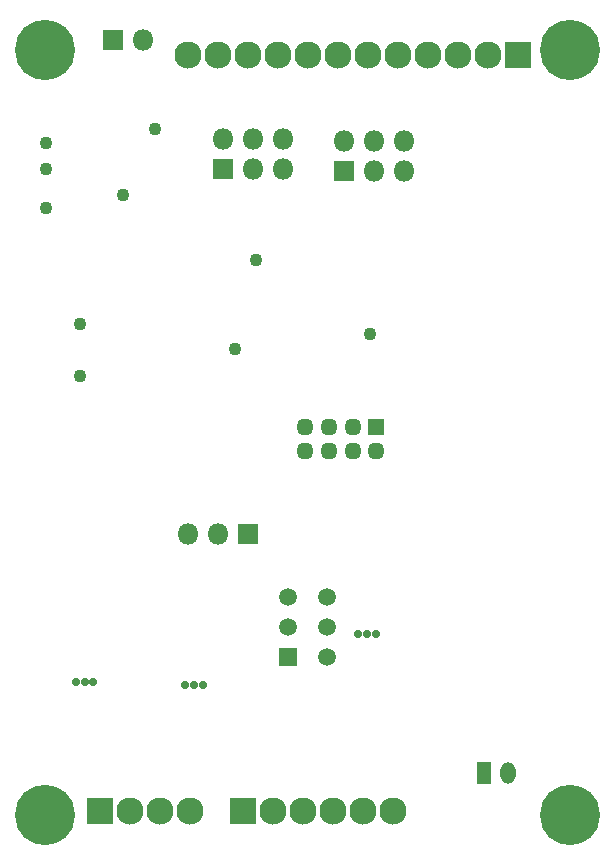
<source format=gbr>
G04 #@! TF.GenerationSoftware,KiCad,Pcbnew,(5.1.2)-1*
G04 #@! TF.CreationDate,2019-06-23T17:44:29+01:00*
G04 #@! TF.ProjectId,daq,6461712e-6b69-4636-9164-5f7063625858,rev?*
G04 #@! TF.SameCoordinates,Original*
G04 #@! TF.FileFunction,Soldermask,Bot*
G04 #@! TF.FilePolarity,Negative*
%FSLAX46Y46*%
G04 Gerber Fmt 4.6, Leading zero omitted, Abs format (unit mm)*
G04 Created by KiCad (PCBNEW (5.1.2)-1) date 2019-06-23 17:44:29*
%MOMM*%
%LPD*%
G04 APERTURE LIST*
%ADD10O,1.800000X1.800000*%
%ADD11R,1.800000X1.800000*%
%ADD12C,2.300000*%
%ADD13R,2.300000X2.300000*%
%ADD14C,0.700000*%
%ADD15C,1.500000*%
%ADD16R,1.500000X1.500000*%
%ADD17R,1.450000X1.450000*%
%ADD18O,1.450000X1.450000*%
%ADD19C,1.100000*%
%ADD20C,5.100000*%
%ADD21R,1.300000X1.850000*%
%ADD22O,1.300000X1.850000*%
G04 APERTURE END LIST*
D10*
X71151000Y-150786000D03*
X73691000Y-150786000D03*
D11*
X76231000Y-150786000D03*
D12*
X88531000Y-174236000D03*
X85991000Y-174236000D03*
X83451000Y-174236000D03*
X80911000Y-174236000D03*
X78371000Y-174236000D03*
D13*
X75831000Y-174236000D03*
D12*
X71351000Y-174244000D03*
X68811000Y-174244000D03*
X66271000Y-174244000D03*
D13*
X63731000Y-174244000D03*
D14*
X62431000Y-163336000D03*
X61681000Y-163336000D03*
X63181000Y-163336000D03*
X71681000Y-163636000D03*
X70931000Y-163636000D03*
X72431000Y-163636000D03*
D15*
X82931000Y-156186000D03*
X82931000Y-158686000D03*
X82931000Y-161186000D03*
X79631000Y-156186000D03*
X79631000Y-158686000D03*
D16*
X79631000Y-161186000D03*
D14*
X87074038Y-159291508D03*
X85574038Y-159291508D03*
X86324038Y-159291508D03*
D11*
X64831000Y-108986000D03*
D10*
X67371000Y-108986000D03*
D17*
X87131000Y-141786000D03*
D18*
X87131000Y-143786000D03*
X85131000Y-141786000D03*
X85131000Y-143786000D03*
X83131000Y-141786000D03*
X83131000Y-143786000D03*
X81131000Y-141786000D03*
X81131000Y-143786000D03*
D13*
X99110800Y-110236000D03*
D12*
X96570800Y-110236000D03*
X94030800Y-110236000D03*
X91490800Y-110236000D03*
X88950800Y-110236000D03*
X86410800Y-110236000D03*
X83870800Y-110236000D03*
X81330800Y-110236000D03*
X78790800Y-110236000D03*
X76250800Y-110236000D03*
X73710800Y-110236000D03*
X71170800Y-110236000D03*
D19*
X62057400Y-133024600D03*
X62057400Y-137424600D03*
X86614000Y-133858000D03*
X68376800Y-116560600D03*
X59131200Y-117729000D03*
X59156600Y-119913400D03*
X65709800Y-122097800D03*
X59131200Y-123190000D03*
X76898500Y-127635000D03*
X75184000Y-135128000D03*
D20*
X59055000Y-109855000D03*
X103505000Y-109855000D03*
X103505000Y-174625000D03*
D11*
X84378800Y-120091200D03*
D10*
X84378800Y-117551200D03*
X86918800Y-120091200D03*
X86918800Y-117551200D03*
X89458800Y-120091200D03*
X89458800Y-117551200D03*
D21*
X96266000Y-171036000D03*
D22*
X98266000Y-171036000D03*
D11*
X74168000Y-119888000D03*
D10*
X74168000Y-117348000D03*
X76708000Y-119888000D03*
X76708000Y-117348000D03*
X79248000Y-119888000D03*
X79248000Y-117348000D03*
D20*
X59055000Y-174625000D03*
M02*

</source>
